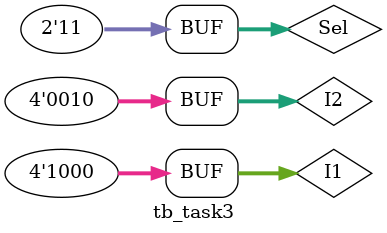
<source format=v>
module tb_task3();
	reg [3:0] I1;
	reg [3:0] I2;
	reg [1:0] Sel;
	wire [3:0] out;
	task3 my_task3(I1, I2, Sel, out);

	initial begin
	I1 = 4'b1000;
	I2 = 4'b0010;
	Sel = 2'b00;
	#10;
		
	I1 = 4'b1000;
	I2 = 4'b0010;
	Sel = 2'b01;
	#10;
		
	I1 = 4'b1000;
	I2 = 4'b0010;
	Sel = 2'b10;
	#10;
		
	I1 = 4'b1000;
	I2 = 4'b0010;
	Sel = 2'b11;
	#10;
	end
endmodule



</source>
